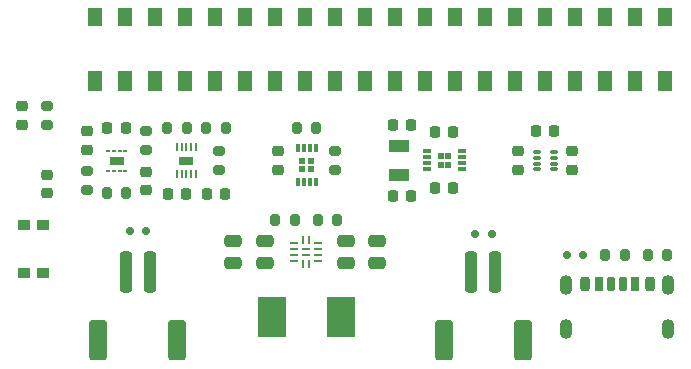
<source format=gbr>
%TF.GenerationSoftware,KiCad,Pcbnew,8.0.4*%
%TF.CreationDate,2024-08-29T10:26:42+02:00*%
%TF.ProjectId,soleil_powerpack,736f6c65-696c-45f7-906f-776572706163,rev?*%
%TF.SameCoordinates,Original*%
%TF.FileFunction,Paste,Top*%
%TF.FilePolarity,Positive*%
%FSLAX46Y46*%
G04 Gerber Fmt 4.6, Leading zero omitted, Abs format (unit mm)*
G04 Created by KiCad (PCBNEW 8.0.4) date 2024-08-29 10:26:42*
%MOMM*%
%LPD*%
G01*
G04 APERTURE LIST*
G04 Aperture macros list*
%AMRoundRect*
0 Rectangle with rounded corners*
0 $1 Rounding radius*
0 $2 $3 $4 $5 $6 $7 $8 $9 X,Y pos of 4 corners*
0 Add a 4 corners polygon primitive as box body*
4,1,4,$2,$3,$4,$5,$6,$7,$8,$9,$2,$3,0*
0 Add four circle primitives for the rounded corners*
1,1,$1+$1,$2,$3*
1,1,$1+$1,$4,$5*
1,1,$1+$1,$6,$7*
1,1,$1+$1,$8,$9*
0 Add four rect primitives between the rounded corners*
20,1,$1+$1,$2,$3,$4,$5,0*
20,1,$1+$1,$4,$5,$6,$7,0*
20,1,$1+$1,$6,$7,$8,$9,0*
20,1,$1+$1,$8,$9,$2,$3,0*%
G04 Aperture macros list end*
%ADD10RoundRect,0.150000X0.150000X0.200000X-0.150000X0.200000X-0.150000X-0.200000X0.150000X-0.200000X0*%
%ADD11RoundRect,0.225000X-0.225000X-0.250000X0.225000X-0.250000X0.225000X0.250000X-0.225000X0.250000X0*%
%ADD12RoundRect,0.218750X0.256250X-0.218750X0.256250X0.218750X-0.256250X0.218750X-0.256250X-0.218750X0*%
%ADD13RoundRect,0.250000X0.475000X-0.250000X0.475000X0.250000X-0.475000X0.250000X-0.475000X-0.250000X0*%
%ADD14RoundRect,0.200000X0.200000X0.275000X-0.200000X0.275000X-0.200000X-0.275000X0.200000X-0.275000X0*%
%ADD15RoundRect,0.225000X-0.250000X0.225000X-0.250000X-0.225000X0.250000X-0.225000X0.250000X0.225000X0*%
%ADD16R,1.270000X1.680000*%
%ADD17R,1.270000X1.500000*%
%ADD18R,0.500000X0.600000*%
%ADD19R,0.750000X0.300000*%
%ADD20RoundRect,0.200000X0.275000X-0.200000X0.275000X0.200000X-0.275000X0.200000X-0.275000X-0.200000X0*%
%ADD21RoundRect,0.200000X-0.275000X0.200000X-0.275000X-0.200000X0.275000X-0.200000X0.275000X0.200000X0*%
%ADD22R,2.413000X3.429000*%
%ADD23RoundRect,0.150000X-0.150000X-0.200000X0.150000X-0.200000X0.150000X0.200000X-0.150000X0.200000X0*%
%ADD24RoundRect,0.050000X-0.285000X-0.100000X0.285000X-0.100000X0.285000X0.100000X-0.285000X0.100000X0*%
%ADD25RoundRect,0.200000X-0.200000X-0.275000X0.200000X-0.275000X0.200000X0.275000X-0.200000X0.275000X0*%
%ADD26R,0.600000X0.500000*%
%ADD27R,0.300000X0.750000*%
%ADD28RoundRect,0.225000X0.225000X0.250000X-0.225000X0.250000X-0.225000X-0.250000X0.225000X-0.250000X0*%
%ADD29RoundRect,0.175000X-0.175000X-0.425000X0.175000X-0.425000X0.175000X0.425000X-0.175000X0.425000X0*%
%ADD30RoundRect,0.190000X0.190000X0.410000X-0.190000X0.410000X-0.190000X-0.410000X0.190000X-0.410000X0*%
%ADD31RoundRect,0.200000X0.200000X0.400000X-0.200000X0.400000X-0.200000X-0.400000X0.200000X-0.400000X0*%
%ADD32RoundRect,0.175000X0.175000X0.425000X-0.175000X0.425000X-0.175000X-0.425000X0.175000X-0.425000X0*%
%ADD33RoundRect,0.190000X-0.190000X-0.410000X0.190000X-0.410000X0.190000X0.410000X-0.190000X0.410000X0*%
%ADD34RoundRect,0.200000X-0.200000X-0.400000X0.200000X-0.400000X0.200000X0.400000X-0.200000X0.400000X0*%
%ADD35O,1.100000X1.700000*%
%ADD36R,0.304800X0.254000*%
%ADD37R,1.260000X0.728000*%
%ADD38R,0.711200X0.254000*%
%ADD39R,0.254000X0.711200*%
%ADD40R,0.700000X0.250000*%
%ADD41RoundRect,0.225000X0.250000X-0.225000X0.250000X0.225000X-0.250000X0.225000X-0.250000X-0.225000X0*%
%ADD42R,1.000000X0.900000*%
%ADD43RoundRect,0.250000X-0.250000X-1.500000X0.250000X-1.500000X0.250000X1.500000X-0.250000X1.500000X0*%
%ADD44RoundRect,0.250001X-0.499999X-1.449999X0.499999X-1.449999X0.499999X1.449999X-0.499999X1.449999X0*%
%ADD45R,1.800000X1.000000*%
%ADD46R,0.203200X0.660400*%
%ADD47R,1.200000X0.720000*%
G04 APERTURE END LIST*
D10*
%TO.C,D3*%
X158050000Y-69250000D03*
X159450000Y-69250000D03*
%TD*%
D11*
%TO.C,C17*%
X135325000Y-65800000D03*
X136875000Y-65800000D03*
%TD*%
D12*
%TO.C,D2*%
X119700000Y-59987500D03*
X119700000Y-58412500D03*
%TD*%
D13*
%TO.C,C14*%
X137550000Y-71700000D03*
X137550000Y-69800000D03*
%TD*%
D14*
%TO.C,R13*%
X133625000Y-60200000D03*
X131975000Y-60200000D03*
%TD*%
D15*
%TO.C,C7*%
X166300000Y-62225000D03*
X166300000Y-63775000D03*
%TD*%
D16*
%TO.C,J2*%
X125870000Y-56220000D03*
D17*
X125870000Y-50860000D03*
D16*
X128410000Y-56220000D03*
D17*
X128410000Y-50860000D03*
D16*
X130950000Y-56220000D03*
D17*
X130950000Y-50860000D03*
D16*
X133490000Y-56220000D03*
D17*
X133490000Y-50860000D03*
D16*
X136030000Y-56220000D03*
D17*
X136030000Y-50860000D03*
D16*
X138570000Y-56220000D03*
D17*
X138570000Y-50860000D03*
D16*
X141110000Y-56220000D03*
D17*
X141110000Y-50860000D03*
D16*
X143650000Y-56220000D03*
D17*
X143650000Y-50860000D03*
D16*
X146190000Y-56220000D03*
D17*
X146190000Y-50860000D03*
D16*
X148730000Y-56220000D03*
D17*
X148730000Y-50860000D03*
D16*
X151270000Y-56220000D03*
D17*
X151270000Y-50860000D03*
D16*
X153810000Y-56220000D03*
D17*
X153810000Y-50860000D03*
D16*
X156350000Y-56220000D03*
D17*
X156350000Y-50860000D03*
D16*
X158890000Y-56220000D03*
D17*
X158890000Y-50860000D03*
D16*
X161430000Y-56220000D03*
D17*
X161430000Y-50860000D03*
D16*
X163970000Y-56220000D03*
D17*
X163970000Y-50860000D03*
D16*
X166510000Y-56220000D03*
D17*
X166510000Y-50860000D03*
D16*
X169050000Y-56220000D03*
D17*
X169050000Y-50860000D03*
D16*
X171590000Y-56220000D03*
D17*
X171590000Y-50860000D03*
D16*
X174130000Y-56220000D03*
D17*
X174130000Y-50860000D03*
%TD*%
D18*
%TO.C,U1*%
X155150000Y-62600000D03*
X155150000Y-63350000D03*
X155800000Y-62600000D03*
X155800000Y-63350000D03*
D19*
X153975000Y-62225000D03*
X153975000Y-62725000D03*
X153975000Y-63225000D03*
X153975000Y-63725000D03*
X156975000Y-63725000D03*
X156975000Y-63225000D03*
X156975000Y-62725000D03*
X156975000Y-62225000D03*
%TD*%
D20*
%TO.C,R1*%
X146200000Y-63825000D03*
X146200000Y-62175000D03*
%TD*%
D13*
%TO.C,C13*%
X149750000Y-71700000D03*
X149750000Y-69800000D03*
%TD*%
D21*
%TO.C,R8*%
X130200000Y-60475000D03*
X130200000Y-62125000D03*
%TD*%
D22*
%TO.C,L1*%
X146671000Y-76250000D03*
X140829000Y-76250000D03*
%TD*%
D23*
%TO.C,D1*%
X167200000Y-71000000D03*
X165800000Y-71000000D03*
%TD*%
D21*
%TO.C,R5*%
X125200000Y-63875000D03*
X125200000Y-65525000D03*
%TD*%
D24*
%TO.C,U3*%
X163260000Y-62250000D03*
X163260000Y-62750000D03*
X163260000Y-63250000D03*
X163260000Y-63750000D03*
X164740000Y-63750000D03*
X164740000Y-63250000D03*
X164740000Y-62750000D03*
X164740000Y-62250000D03*
%TD*%
D13*
%TO.C,C12*%
X147150000Y-71700000D03*
X147150000Y-69800000D03*
%TD*%
D11*
%TO.C,C2*%
X154625000Y-65300000D03*
X156175000Y-65300000D03*
%TD*%
D10*
%TO.C,D4*%
X128800000Y-69000000D03*
X130200000Y-69000000D03*
%TD*%
D25*
%TO.C,R12*%
X135275000Y-60200000D03*
X136925000Y-60200000D03*
%TD*%
D26*
%TO.C,U4*%
X143425000Y-63725000D03*
X144175000Y-63725000D03*
X143425000Y-63075000D03*
X144175000Y-63075000D03*
D27*
X143050000Y-64850000D03*
X143550000Y-64850000D03*
X144050000Y-64850000D03*
X144550000Y-64850000D03*
X144550000Y-61950000D03*
X144050000Y-61950000D03*
X143550000Y-61950000D03*
X143050000Y-61950000D03*
%TD*%
D28*
%TO.C,C16*%
X133575000Y-65800000D03*
X132025000Y-65800000D03*
%TD*%
D11*
%TO.C,C6*%
X126925000Y-60250000D03*
X128475000Y-60250000D03*
%TD*%
D25*
%TO.C,R4*%
X172675000Y-71000000D03*
X174325000Y-71000000D03*
%TD*%
D20*
%TO.C,R7*%
X121800000Y-60025000D03*
X121800000Y-58375000D03*
%TD*%
D15*
%TO.C,C11*%
X121800000Y-64225000D03*
X121800000Y-65775000D03*
%TD*%
D11*
%TO.C,C9*%
X163225000Y-60500000D03*
X164775000Y-60500000D03*
%TD*%
D29*
%TO.C,J1*%
X169600000Y-73420000D03*
D30*
X171620000Y-73420000D03*
D31*
X172850000Y-73420000D03*
D32*
X170600000Y-73420000D03*
D33*
X168580000Y-73420000D03*
D34*
X167350000Y-73420000D03*
D35*
X165780000Y-73500000D03*
X165780000Y-77300000D03*
X174420000Y-73500000D03*
X174420000Y-77300000D03*
%TD*%
D15*
%TO.C,C10*%
X141400000Y-62225000D03*
X141400000Y-63775000D03*
%TD*%
D36*
%TO.C,U2*%
X126949999Y-63850900D03*
X127450000Y-63850900D03*
X127950000Y-63850900D03*
X128450001Y-63850900D03*
X128450001Y-62149100D03*
X127950000Y-62149100D03*
X127450000Y-62149100D03*
X126949999Y-62149100D03*
D37*
X127700000Y-63000000D03*
%TD*%
D25*
%TO.C,R2*%
X142975000Y-60200000D03*
X144625000Y-60200000D03*
%TD*%
D38*
%TO.C,U6*%
X142746700Y-69999999D03*
X142746700Y-70500000D03*
X142746700Y-71000000D03*
X142746700Y-71500001D03*
D39*
X143500000Y-71753300D03*
X144000000Y-71753300D03*
D38*
X144753300Y-71500001D03*
X144753300Y-71000000D03*
X144753300Y-70500000D03*
X144753300Y-69999999D03*
D39*
X144000000Y-69746700D03*
X143500000Y-69746700D03*
D40*
X143750000Y-70500000D03*
X143750000Y-71000000D03*
%TD*%
D15*
%TO.C,C18*%
X130200000Y-63925000D03*
X130200000Y-65475000D03*
%TD*%
D13*
%TO.C,C15*%
X140250000Y-71700000D03*
X140250000Y-69800000D03*
%TD*%
D41*
%TO.C,C5*%
X125200000Y-62075000D03*
X125200000Y-60525000D03*
%TD*%
D25*
%TO.C,R9*%
X141125000Y-68000000D03*
X142775000Y-68000000D03*
%TD*%
D42*
%TO.C,SW1*%
X121500000Y-68450000D03*
X121500000Y-72550000D03*
X119900000Y-68450000D03*
X119900000Y-72550000D03*
%TD*%
D43*
%TO.C,J4*%
X128500000Y-72450000D03*
X130500000Y-72450000D03*
D44*
X126150000Y-78200000D03*
X132850000Y-78200000D03*
%TD*%
D45*
%TO.C,Y1*%
X151600000Y-64250000D03*
X151600000Y-61750000D03*
%TD*%
D11*
%TO.C,C4*%
X151075000Y-66000000D03*
X152625000Y-66000000D03*
%TD*%
D15*
%TO.C,C8*%
X161700000Y-62225000D03*
X161700000Y-63775000D03*
%TD*%
D43*
%TO.C,J3*%
X157750000Y-72450000D03*
X159750000Y-72450000D03*
D44*
X155400000Y-78200000D03*
X162100000Y-78200000D03*
%TD*%
D14*
%TO.C,R3*%
X170732500Y-71000000D03*
X169082500Y-71000000D03*
%TD*%
D25*
%TO.C,R10*%
X144725000Y-68000000D03*
X146375000Y-68000000D03*
%TD*%
D28*
%TO.C,C3*%
X156175000Y-60600000D03*
X154625000Y-60600000D03*
%TD*%
D11*
%TO.C,C1*%
X151075000Y-60000000D03*
X152625000Y-60000000D03*
%TD*%
D14*
%TO.C,R6*%
X128525000Y-65750000D03*
X126875000Y-65750000D03*
%TD*%
D21*
%TO.C,R11*%
X136400000Y-62175000D03*
X136400000Y-63825000D03*
%TD*%
D46*
%TO.C,U7*%
X132799900Y-64130300D03*
X133199950Y-64130300D03*
X133600000Y-64130300D03*
X134000050Y-64130300D03*
X134400100Y-64130300D03*
X134400100Y-61869700D03*
X134000050Y-61869700D03*
X133600000Y-61869700D03*
X133199950Y-61869700D03*
X132799900Y-61869700D03*
D47*
X133600000Y-63000000D03*
%TD*%
M02*

</source>
